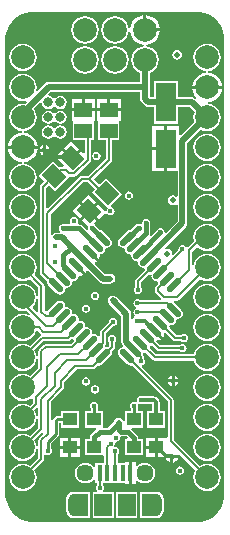
<source format=gbr>
%TF.GenerationSoftware,Altium Limited,Altium Designer,19.1.8 (144)*%
G04 Layer_Physical_Order=1*
G04 Layer_Color=255*
%FSLAX26Y26*%
%MOIN*%
%TF.FileFunction,Copper,L1,Top,Signal*%
%TF.Part,Single*%
G01*
G75*
%TA.AperFunction,SMDPad,CuDef*%
%ADD10R,0.070000X0.130000*%
%ADD11R,0.059055X0.051181*%
%TA.AperFunction,ConnectorPad*%
%ADD12R,0.015748X0.053150*%
%ADD13R,0.047244X0.074803*%
%ADD14R,0.059055X0.074803*%
%ADD15R,0.049213X0.043307*%
G04:AMPARAMS|DCode=16|XSize=62.992mil|YSize=55.118mil|CornerRadius=0mil|HoleSize=0mil|Usage=FLASHONLY|Rotation=315.000|XOffset=0mil|YOffset=0mil|HoleType=Round|Shape=Rectangle|*
%AMROTATEDRECTD16*
4,1,4,-0.041758,0.002784,-0.002784,0.041758,0.041758,-0.002784,0.002784,-0.041758,-0.041758,0.002784,0.0*
%
%ADD16ROTATEDRECTD16*%

G04:AMPARAMS|DCode=17|XSize=21.654mil|YSize=59.055mil|CornerRadius=0mil|HoleSize=0mil|Usage=FLASHONLY|Rotation=45.000|XOffset=0mil|YOffset=0mil|HoleType=Round|Shape=Round|*
%AMOVALD17*
21,1,0.037402,0.021654,0.000000,0.000000,135.0*
1,1,0.021654,0.013223,-0.013223*
1,1,0.021654,-0.013223,0.013223*
%
%ADD17OVALD17*%

G04:AMPARAMS|DCode=18|XSize=21.654mil|YSize=59.055mil|CornerRadius=0mil|HoleSize=0mil|Usage=FLASHONLY|Rotation=315.000|XOffset=0mil|YOffset=0mil|HoleType=Round|Shape=Round|*
%AMOVALD18*
21,1,0.037402,0.021654,0.000000,0.000000,45.0*
1,1,0.021654,-0.013223,-0.013223*
1,1,0.021654,0.013223,0.013223*
%
%ADD18OVALD18*%

%TA.AperFunction,Conductor*%
%ADD19C,0.010000*%
%ADD20C,0.008000*%
%ADD21C,0.012000*%
%ADD22C,0.020000*%
%ADD23C,0.015000*%
%TA.AperFunction,ComponentPad*%
%ADD24C,0.031496*%
%ADD25C,0.078740*%
%ADD26C,0.057087*%
%ADD27O,0.037402X0.074803*%
%TA.AperFunction,ViaPad*%
%ADD28C,0.015000*%
%ADD29C,0.020000*%
G36*
X638427Y1668716D02*
X654806Y1661932D01*
X669547Y1652083D01*
X682083Y1639547D01*
X691932Y1624806D01*
X698716Y1608427D01*
X702175Y1591039D01*
Y1582175D01*
Y62175D01*
Y53311D01*
X698716Y35923D01*
X691932Y19544D01*
X682083Y4803D01*
X669547Y-7732D01*
X654806Y-17582D01*
X638427Y-24366D01*
X621039Y-27825D01*
X67175D01*
X57819Y-27825D01*
X39465Y-24174D01*
X22176Y-17013D01*
X6616Y-6616D01*
X-6616Y6616D01*
X-17013Y22176D01*
X-24174Y39465D01*
X-27825Y57819D01*
Y67175D01*
X-27825D01*
Y1582175D01*
Y1591039D01*
X-24366Y1608427D01*
X-17582Y1624806D01*
X-7732Y1639547D01*
X4803Y1652083D01*
X19544Y1661932D01*
X35923Y1668716D01*
X53311Y1672175D01*
X621039D01*
X638427Y1668716D01*
D02*
G37*
%LPC*%
G36*
X442175Y1662313D02*
Y1618175D01*
X486313D01*
X485274Y1626063D01*
X480300Y1638073D01*
X472386Y1648386D01*
X462073Y1656300D01*
X450063Y1661274D01*
X442175Y1662313D01*
D02*
G37*
G36*
X432175D02*
X424287Y1661274D01*
X412277Y1656300D01*
X401964Y1648386D01*
X394050Y1638073D01*
X389076Y1626063D01*
X387734Y1615871D01*
X387679Y1615457D01*
X382637D01*
X382582Y1615871D01*
X381377Y1625019D01*
X376806Y1636056D01*
X369534Y1645534D01*
X360056Y1652806D01*
X349019Y1657378D01*
X337175Y1658937D01*
X325331Y1657378D01*
X314294Y1652806D01*
X304817Y1645534D01*
X297545Y1636056D01*
X292973Y1625019D01*
X291414Y1613175D01*
X292973Y1601331D01*
X297545Y1590294D01*
X304817Y1580817D01*
X314294Y1573544D01*
X325331Y1568973D01*
X337175Y1567414D01*
X349019Y1568973D01*
X360056Y1573544D01*
X369534Y1580817D01*
X376806Y1590294D01*
X381377Y1601331D01*
X382582Y1610480D01*
X382637Y1610893D01*
X387679D01*
X387734Y1610480D01*
X389076Y1600287D01*
X394050Y1588277D01*
X401964Y1577964D01*
X412277Y1570051D01*
X424287Y1565076D01*
X434480Y1563734D01*
X434893Y1563679D01*
Y1558637D01*
X434480Y1558582D01*
X425331Y1557378D01*
X414294Y1552806D01*
X404817Y1545534D01*
X397545Y1536056D01*
X392973Y1525019D01*
X391414Y1513175D01*
X392973Y1501331D01*
X397545Y1490294D01*
X404817Y1480817D01*
X414294Y1473544D01*
X420862Y1470824D01*
Y1439659D01*
X116843D01*
X110600Y1438417D01*
X105308Y1434881D01*
X79347Y1408919D01*
X74611Y1411255D01*
X75937Y1421323D01*
X74377Y1433167D01*
X69806Y1444204D01*
X62533Y1453681D01*
X53056Y1460954D01*
X42019Y1465525D01*
X30175Y1467085D01*
X18331Y1465525D01*
X7294Y1460954D01*
X-2183Y1453681D01*
X-9456Y1444204D01*
X-14027Y1433167D01*
X-15586Y1421323D01*
X-14027Y1409479D01*
X-9456Y1398442D01*
X-2183Y1388965D01*
X7294Y1381693D01*
X18331Y1377121D01*
X30175Y1375562D01*
X40245Y1376887D01*
X42580Y1372152D01*
X36660Y1366231D01*
X30175Y1367085D01*
X18331Y1365525D01*
X7294Y1360954D01*
X-2183Y1353681D01*
X-9456Y1344204D01*
X-14027Y1333167D01*
X-15586Y1321323D01*
X-14027Y1309479D01*
X-9456Y1298442D01*
X-2183Y1288965D01*
X7294Y1281693D01*
X18331Y1277121D01*
X27480Y1275917D01*
X27893Y1275862D01*
Y1270819D01*
X27480Y1270764D01*
X17287Y1269422D01*
X5277Y1264448D01*
X-5036Y1256534D01*
X-12950Y1246221D01*
X-17924Y1234211D01*
X-18963Y1226323D01*
X30175D01*
X79313D01*
X78275Y1234211D01*
X73300Y1246221D01*
X65386Y1256534D01*
X55073Y1264448D01*
X43063Y1269422D01*
X32871Y1270764D01*
X32457Y1270819D01*
Y1275862D01*
X32871Y1275917D01*
X42019Y1277121D01*
X53056Y1281693D01*
X62533Y1288965D01*
X69806Y1298442D01*
X74377Y1309479D01*
X75937Y1321323D01*
X74377Y1333167D01*
X69806Y1344204D01*
X65885Y1349314D01*
X88709Y1372139D01*
X93561Y1369920D01*
X94957Y1362901D01*
X99764Y1355708D01*
X106957Y1350901D01*
X115443Y1349213D01*
X123929Y1350901D01*
X131123Y1355708D01*
X132628Y1357961D01*
X137628D01*
X139134Y1355708D01*
X146327Y1350901D01*
X154813Y1349213D01*
X163299Y1350901D01*
X170493Y1355708D01*
X175299Y1362901D01*
X176987Y1371387D01*
X175299Y1379873D01*
X170493Y1387067D01*
X163299Y1391873D01*
X154813Y1393561D01*
X146327Y1391873D01*
X139134Y1387067D01*
X137628Y1384814D01*
X132628D01*
X131123Y1387067D01*
X123929Y1391873D01*
X116910Y1393270D01*
X114691Y1398121D01*
X123600Y1407032D01*
X420862D01*
Y1383891D01*
X422103Y1377648D01*
X425640Y1372356D01*
X437356Y1360640D01*
X442648Y1357103D01*
X448891Y1355862D01*
X466175D01*
Y1301175D01*
X548175D01*
Y1355862D01*
X586566D01*
X602693Y1339735D01*
X599973Y1333167D01*
X598414Y1321323D01*
X599973Y1309479D01*
X601498Y1305797D01*
X556795Y1261094D01*
X552175Y1263007D01*
Y1291585D01*
X512175D01*
Y1216585D01*
Y1141585D01*
X545862D01*
Y1059493D01*
X543990Y1058238D01*
X540862Y1057278D01*
X536418Y1060247D01*
X530175Y1061489D01*
X523932Y1060247D01*
X518640Y1056711D01*
X515104Y1051418D01*
X513862Y1045175D01*
X515104Y1038932D01*
X518640Y1033640D01*
X523932Y1030103D01*
X530175Y1028862D01*
X536418Y1030103D01*
X540862Y1033073D01*
X543990Y1032112D01*
X545862Y1030858D01*
Y975202D01*
X507296Y936637D01*
X502662Y938968D01*
X501614Y944236D01*
X498630Y948701D01*
X494165Y951685D01*
X488897Y952733D01*
X483630Y951685D01*
X479164Y948701D01*
X456842Y926379D01*
X452958Y929566D01*
X454491Y931861D01*
X455539Y937129D01*
Y970610D01*
X454491Y975877D01*
X451508Y980343D01*
X447042Y983326D01*
X441775Y984374D01*
X436507Y983326D01*
X432042Y980343D01*
X429058Y975877D01*
X428010Y970610D01*
Y968096D01*
X423010Y965423D01*
X421919Y966152D01*
X416652Y967200D01*
X415124D01*
X415123Y967200D01*
X409856Y966152D01*
X405390Y963168D01*
X389861Y947639D01*
X384199Y946513D01*
X378633Y942794D01*
X352186Y916347D01*
X348467Y910781D01*
X347161Y904216D01*
X348467Y897650D01*
X352186Y892084D01*
X357752Y888365D01*
X364318Y887059D01*
X366290Y887452D01*
X369826Y883916D01*
X369433Y881944D01*
X370739Y875378D01*
X374458Y869812D01*
X380024Y866093D01*
X386590Y864787D01*
X388560Y865179D01*
X392095Y861644D01*
X391703Y859674D01*
X393009Y853108D01*
X396728Y847542D01*
X402294Y843823D01*
X408860Y842517D01*
X410832Y842910D01*
X414368Y839374D01*
X413975Y837402D01*
X415281Y830836D01*
X419000Y825270D01*
X424566Y821551D01*
X431132Y820245D01*
X432309Y820479D01*
X436130Y817105D01*
X436153Y812302D01*
X406281Y782431D01*
X404071Y779123D01*
X403295Y775221D01*
Y756215D01*
X400774Y752442D01*
X399726Y747175D01*
X400774Y741908D01*
X403758Y737442D01*
X408224Y734458D01*
X413491Y733411D01*
X418758Y734458D01*
X423224Y737442D01*
X426208Y741908D01*
X427255Y747175D01*
X426208Y752442D01*
X423687Y756215D01*
Y770998D01*
X451119Y798429D01*
X453402Y797975D01*
X455374Y798368D01*
X458910Y794832D01*
X458517Y792860D01*
X459823Y786294D01*
X463542Y780728D01*
X469108Y777009D01*
X475674Y775703D01*
X476851Y775937D01*
X480671Y772563D01*
X480695Y767760D01*
X472708Y759773D01*
X470497Y756465D01*
X469721Y752563D01*
Y742336D01*
X470497Y738434D01*
X472708Y735126D01*
X490463Y717371D01*
X488392Y712371D01*
X421215D01*
X417443Y714892D01*
X412175Y715940D01*
X406908Y714892D01*
X402442Y711908D01*
X399459Y707443D01*
X398411Y702175D01*
X399459Y696908D01*
X402442Y692442D01*
X406295Y689868D01*
X406627Y687175D01*
X406295Y684482D01*
X402442Y681908D01*
X399459Y677443D01*
X398411Y672175D01*
X399459Y666908D01*
X402442Y662442D01*
X402225Y656574D01*
X399558Y654792D01*
X395691Y649003D01*
X395679Y648943D01*
X390679Y649436D01*
Y667233D01*
X390679Y667233D01*
X389437Y673476D01*
X385901Y678769D01*
X341711Y722959D01*
X336418Y726495D01*
X330175Y727737D01*
X323932Y726495D01*
X318640Y722959D01*
X315104Y717666D01*
X313862Y711423D01*
X315104Y705180D01*
X318640Y699888D01*
X358052Y660476D01*
Y573079D01*
X359293Y566836D01*
X362830Y561543D01*
X364386Y559987D01*
X362394Y554908D01*
X357752Y553985D01*
X352186Y550266D01*
X348467Y544700D01*
X347161Y538135D01*
X348467Y531569D01*
X352186Y526003D01*
X378633Y499556D01*
X384199Y495837D01*
X390765Y494531D01*
X393048Y494986D01*
X512273Y375762D01*
Y257862D01*
X508781Y254309D01*
X507273Y254309D01*
X479175D01*
Y222655D01*
Y191002D01*
X506105D01*
X506783Y190175D01*
X508336Y182372D01*
X512756Y175756D01*
X519372Y171336D01*
X522175Y170778D01*
Y190175D01*
X527175D01*
Y195175D01*
X546572D01*
X546015Y197979D01*
X545986Y198023D01*
X549869Y201210D01*
X605556Y145523D01*
X604544Y144204D01*
X599973Y133167D01*
X598414Y121323D01*
X599973Y109479D01*
X604544Y98442D01*
X611817Y88965D01*
X621294Y81692D01*
X632331Y77121D01*
X644175Y75562D01*
X656019Y77121D01*
X667056Y81692D01*
X676534Y88965D01*
X683806Y98442D01*
X688378Y109479D01*
X689937Y121323D01*
X688378Y133167D01*
X683806Y144204D01*
X676534Y153681D01*
X667056Y160954D01*
X656019Y165525D01*
X644175Y167085D01*
X632331Y165525D01*
X621294Y160954D01*
X619976Y159942D01*
X532665Y247252D01*
Y379985D01*
X531889Y383887D01*
X529679Y387195D01*
X427074Y489798D01*
X428720Y495223D01*
X429943Y495466D01*
X434408Y498450D01*
X437392Y502916D01*
X438440Y508183D01*
X437392Y513451D01*
X434408Y517916D01*
X433532Y518502D01*
Y523658D01*
X432756Y527560D01*
X430546Y530868D01*
X429739Y531675D01*
X430193Y533960D01*
X429959Y535137D01*
X433334Y538957D01*
X438136Y538981D01*
X463004Y514114D01*
X466311Y511903D01*
X470213Y511127D01*
X599756D01*
X599973Y509479D01*
X604544Y498442D01*
X611817Y488965D01*
X621294Y481692D01*
X632331Y477121D01*
X644175Y475562D01*
X656019Y477121D01*
X667056Y481692D01*
X676534Y488965D01*
X683806Y498442D01*
X688378Y509479D01*
X689937Y521323D01*
X688378Y533167D01*
X683806Y544204D01*
X676534Y553682D01*
X667056Y560954D01*
X656019Y565525D01*
X644175Y567085D01*
X632331Y565525D01*
X621294Y560954D01*
X611817Y553682D01*
X604544Y544204D01*
X599973Y533167D01*
X599756Y531519D01*
X474437D01*
X452009Y553947D01*
X452463Y556230D01*
X452228Y557412D01*
X455602Y561232D01*
X460406Y561255D01*
X476696Y544966D01*
X480003Y542755D01*
X483905Y541979D01*
X553135D01*
X556908Y539458D01*
X562175Y538411D01*
X567443Y539458D01*
X571908Y542442D01*
X574892Y546908D01*
X575940Y552175D01*
X574892Y557443D01*
X571908Y561908D01*
X567443Y564892D01*
X562175Y565940D01*
X556908Y564892D01*
X553135Y562371D01*
X488128D01*
X475120Y575380D01*
X476948Y580114D01*
X479849Y579537D01*
X487975Y581153D01*
X490625Y582924D01*
X463090Y610460D01*
X470161Y617531D01*
X497696Y589995D01*
X499467Y592646D01*
X501083Y600772D01*
X500504Y603686D01*
X505240Y605505D01*
X531160Y579585D01*
X534468Y577375D01*
X538370Y576598D01*
X558069D01*
X561841Y574078D01*
X567109Y573030D01*
X572376Y574078D01*
X576842Y577061D01*
X579826Y581527D01*
X580873Y586794D01*
X579826Y592062D01*
X576842Y596527D01*
X572376Y599511D01*
X567109Y600559D01*
X561841Y599511D01*
X558069Y596990D01*
X542593D01*
X518823Y620761D01*
X519277Y623044D01*
X518885Y625014D01*
X522421Y628549D01*
X524391Y628157D01*
X530956Y629463D01*
X536522Y633182D01*
X540241Y638748D01*
X541547Y645314D01*
X541155Y647286D01*
X544690Y650822D01*
X546663Y650429D01*
X553228Y651735D01*
X558794Y655454D01*
X562513Y661020D01*
X563819Y667586D01*
X562513Y674151D01*
X558794Y679717D01*
X532384Y706127D01*
X532386Y706285D01*
X533919Y711127D01*
X544175D01*
X548077Y711903D01*
X551385Y714114D01*
X619976Y782704D01*
X621294Y781692D01*
X632331Y777121D01*
X644175Y775562D01*
X656019Y777121D01*
X667056Y781692D01*
X676534Y788965D01*
X683806Y798442D01*
X688378Y809479D01*
X689937Y821323D01*
X688378Y833167D01*
X683806Y844204D01*
X676534Y853682D01*
X667056Y860954D01*
X656019Y865525D01*
X644175Y867085D01*
X632331Y865525D01*
X621294Y860954D01*
X611817Y853682D01*
X604544Y844204D01*
X599973Y833167D01*
X598871Y824798D01*
X593871Y825126D01*
Y873889D01*
X609123Y889141D01*
X611817Y888965D01*
X621294Y881692D01*
X632331Y877121D01*
X644175Y875562D01*
X656019Y877121D01*
X667056Y881692D01*
X676534Y888965D01*
X683806Y898442D01*
X688378Y909479D01*
X689937Y921323D01*
X688378Y933167D01*
X683806Y944204D01*
X676534Y953682D01*
X667056Y960954D01*
X656019Y965525D01*
X644175Y967085D01*
X632331Y965525D01*
X621294Y960954D01*
X611817Y953682D01*
X604544Y944204D01*
X599973Y933167D01*
X598414Y921323D01*
X599973Y909479D01*
X600163Y909020D01*
X579660Y888516D01*
X579000Y888353D01*
X573497Y889425D01*
X571908Y891803D01*
X567443Y894787D01*
X562175Y895835D01*
X556908Y894787D01*
X552442Y891803D01*
X549458Y887338D01*
X548411Y882070D01*
X548640Y880918D01*
X532013Y864292D01*
X527405Y866755D01*
X527489Y867175D01*
X526247Y873418D01*
X522711Y878711D01*
X517418Y882247D01*
X511175Y883489D01*
X506413Y882542D01*
X503941Y887140D01*
X573711Y956910D01*
X577247Y962202D01*
X578489Y968445D01*
Y1236646D01*
X622879Y1281036D01*
X632331Y1277121D01*
X644175Y1275562D01*
X656019Y1277121D01*
X667056Y1281693D01*
X676534Y1288965D01*
X683806Y1298442D01*
X688378Y1309479D01*
X689937Y1321323D01*
X688378Y1333167D01*
X683806Y1344204D01*
X676534Y1353681D01*
X667056Y1360954D01*
X656019Y1365525D01*
X646871Y1366730D01*
X646457Y1366785D01*
Y1371827D01*
X646871Y1371882D01*
X657063Y1373224D01*
X669073Y1378198D01*
X679386Y1386112D01*
X687300Y1396425D01*
X692274Y1408435D01*
X693313Y1416323D01*
X644175D01*
X595037D01*
X596076Y1408435D01*
X601051Y1396425D01*
X607596Y1387895D01*
X604131Y1384196D01*
X599566Y1387247D01*
X593323Y1388489D01*
X548175D01*
Y1443175D01*
X466175D01*
Y1388489D01*
X455649D01*
X453489Y1390649D01*
Y1423345D01*
Y1470824D01*
X460056Y1473544D01*
X469534Y1480817D01*
X476806Y1490294D01*
X481377Y1501331D01*
X482937Y1513175D01*
X481377Y1525019D01*
X476806Y1536056D01*
X469534Y1545534D01*
X460056Y1552806D01*
X449019Y1557378D01*
X439871Y1558582D01*
X439457Y1558637D01*
Y1563679D01*
X439871Y1563734D01*
X450063Y1565076D01*
X462073Y1570051D01*
X472386Y1577964D01*
X480300Y1588277D01*
X485274Y1600287D01*
X486313Y1608175D01*
X437175D01*
Y1613175D01*
X432175D01*
Y1662313D01*
D02*
G37*
G36*
X237175Y1658937D02*
X225331Y1657378D01*
X214294Y1652806D01*
X204817Y1645534D01*
X197544Y1636056D01*
X192973Y1625019D01*
X191414Y1613175D01*
X192973Y1601331D01*
X197544Y1590294D01*
X204817Y1580817D01*
X214294Y1573544D01*
X225331Y1568973D01*
X237175Y1567414D01*
X249019Y1568973D01*
X260056Y1573544D01*
X269534Y1580817D01*
X276806Y1590294D01*
X281377Y1601331D01*
X282937Y1613175D01*
X281377Y1625019D01*
X276806Y1636056D01*
X269534Y1645534D01*
X260056Y1652806D01*
X249019Y1657378D01*
X237175Y1658937D01*
D02*
G37*
G36*
X544004Y1546973D02*
X537761Y1545731D01*
X532469Y1542195D01*
X528933Y1536903D01*
X527691Y1530660D01*
X528933Y1524417D01*
X532469Y1519124D01*
X537761Y1515588D01*
X544004Y1514346D01*
X550247Y1515588D01*
X555540Y1519124D01*
X559076Y1524417D01*
X560318Y1530660D01*
X559076Y1536903D01*
X555540Y1542195D01*
X550247Y1545731D01*
X544004Y1546973D01*
D02*
G37*
G36*
X30175Y1567085D02*
X18331Y1565525D01*
X7294Y1560954D01*
X-2183Y1553681D01*
X-9456Y1544204D01*
X-14027Y1533167D01*
X-15586Y1521323D01*
X-14027Y1509479D01*
X-9456Y1498442D01*
X-2183Y1488965D01*
X7294Y1481693D01*
X18331Y1477121D01*
X30175Y1475562D01*
X42019Y1477121D01*
X53056Y1481693D01*
X62533Y1488965D01*
X69806Y1498442D01*
X74377Y1509479D01*
X75937Y1521323D01*
X74377Y1533167D01*
X69806Y1544204D01*
X62533Y1553681D01*
X53056Y1560954D01*
X42019Y1565525D01*
X30175Y1567085D01*
D02*
G37*
G36*
X337175Y1558937D02*
X325331Y1557378D01*
X314294Y1552806D01*
X304817Y1545534D01*
X297545Y1536056D01*
X292973Y1525019D01*
X291414Y1513175D01*
X292973Y1501331D01*
X297545Y1490294D01*
X304817Y1480817D01*
X314294Y1473544D01*
X325331Y1468973D01*
X337175Y1467414D01*
X349019Y1468973D01*
X360056Y1473544D01*
X369534Y1480817D01*
X376806Y1490294D01*
X381377Y1501331D01*
X382937Y1513175D01*
X381377Y1525019D01*
X376806Y1536056D01*
X369534Y1545534D01*
X360056Y1552806D01*
X349019Y1557378D01*
X337175Y1558937D01*
D02*
G37*
G36*
X237175D02*
X225331Y1557378D01*
X214294Y1552806D01*
X204817Y1545534D01*
X197544Y1536056D01*
X192973Y1525019D01*
X191414Y1513175D01*
X192973Y1501331D01*
X197544Y1490294D01*
X204817Y1480817D01*
X214294Y1473544D01*
X225331Y1468973D01*
X237175Y1467414D01*
X249019Y1468973D01*
X260056Y1473544D01*
X269534Y1480817D01*
X276806Y1490294D01*
X281377Y1501331D01*
X282937Y1513175D01*
X281377Y1525019D01*
X276806Y1536056D01*
X269534Y1545534D01*
X260056Y1552806D01*
X249019Y1557378D01*
X237175Y1558937D01*
D02*
G37*
G36*
X644175Y1567085D02*
X632331Y1565525D01*
X621294Y1560954D01*
X611817Y1553681D01*
X604544Y1544204D01*
X599973Y1533167D01*
X598414Y1521323D01*
X599973Y1509479D01*
X604544Y1498442D01*
X611817Y1488965D01*
X621294Y1481693D01*
X632331Y1477121D01*
X641480Y1475917D01*
X641893Y1475862D01*
Y1470819D01*
X641480Y1470764D01*
X631287Y1469422D01*
X619277Y1464448D01*
X608964Y1456534D01*
X601051Y1446221D01*
X596076Y1434211D01*
X595037Y1426323D01*
X644175D01*
X693313D01*
X692274Y1434211D01*
X687300Y1446221D01*
X679386Y1456534D01*
X669073Y1464448D01*
X657063Y1469422D01*
X646871Y1470764D01*
X646457Y1470819D01*
Y1475862D01*
X646871Y1475917D01*
X656019Y1477121D01*
X667056Y1481693D01*
X676534Y1488965D01*
X683806Y1498442D01*
X688378Y1509479D01*
X689937Y1521323D01*
X688378Y1533167D01*
X683806Y1544204D01*
X676534Y1553681D01*
X667056Y1560954D01*
X656019Y1565525D01*
X644175Y1567085D01*
D02*
G37*
G36*
X356141Y1382214D02*
X321613D01*
Y1351623D01*
X356141D01*
Y1382214D01*
D02*
G37*
G36*
X311613D02*
X277086D01*
Y1351623D01*
X311613D01*
Y1382214D01*
D02*
G37*
G36*
X271703D02*
X237175D01*
Y1351623D01*
X271703D01*
Y1382214D01*
D02*
G37*
G36*
X227175D02*
X192648D01*
Y1351623D01*
X227175D01*
Y1382214D01*
D02*
G37*
G36*
X154813Y1344349D02*
X146327Y1342661D01*
X139134Y1337855D01*
X137628Y1335602D01*
X132628D01*
X131123Y1337855D01*
X123929Y1342661D01*
X115443Y1344349D01*
X106957Y1342661D01*
X99764Y1337855D01*
X94957Y1330661D01*
X93269Y1322175D01*
X94957Y1313689D01*
X99764Y1306496D01*
X106957Y1301689D01*
X115443Y1300001D01*
X123929Y1301689D01*
X131123Y1306496D01*
X132628Y1308749D01*
X137628D01*
X139134Y1306496D01*
X146327Y1301689D01*
X154813Y1300001D01*
X163299Y1301689D01*
X170493Y1306496D01*
X175299Y1313689D01*
X176987Y1322175D01*
X175299Y1330661D01*
X170493Y1337855D01*
X163299Y1342661D01*
X154813Y1344349D01*
D02*
G37*
G36*
Y1295137D02*
X146327Y1293449D01*
X139134Y1288643D01*
X137628Y1286390D01*
X132628D01*
X131123Y1288643D01*
X123929Y1293449D01*
X115443Y1295137D01*
X106957Y1293449D01*
X99764Y1288643D01*
X94957Y1281449D01*
X93269Y1272963D01*
X94957Y1264477D01*
X99764Y1257284D01*
X106957Y1252477D01*
X115443Y1250789D01*
X123929Y1252477D01*
X131123Y1257284D01*
X132628Y1259537D01*
X137628D01*
X139134Y1257284D01*
X146327Y1252477D01*
X154813Y1250789D01*
X163299Y1252477D01*
X170493Y1257284D01*
X175299Y1264477D01*
X176987Y1272963D01*
X175299Y1281449D01*
X170493Y1288643D01*
X163299Y1293449D01*
X154813Y1295137D01*
D02*
G37*
G36*
X502175Y1291585D02*
X462175D01*
Y1221585D01*
X502175D01*
Y1291585D01*
D02*
G37*
G36*
X107175Y1229023D02*
Y1217175D01*
X119023D01*
X118660Y1219003D01*
X114792Y1224792D01*
X109003Y1228660D01*
X107175Y1229023D01*
D02*
G37*
G36*
X97175D02*
X95347Y1228660D01*
X89558Y1224792D01*
X85691Y1219003D01*
X85327Y1217175D01*
X97175D01*
Y1229023D01*
D02*
G37*
G36*
X119023Y1207175D02*
X107175D01*
Y1195327D01*
X109003Y1195691D01*
X114792Y1199558D01*
X118660Y1205347D01*
X119023Y1207175D01*
D02*
G37*
G36*
X97175D02*
X85327D01*
X85691Y1205347D01*
X89558Y1199558D01*
X95347Y1195691D01*
X97175Y1195327D01*
Y1207175D01*
D02*
G37*
G36*
X191635Y1242322D02*
X168613Y1219299D01*
X194419Y1193492D01*
X217442Y1216515D01*
X191635Y1242322D01*
D02*
G37*
G36*
X275175Y1206940D02*
X269908Y1205892D01*
X265442Y1202908D01*
X262459Y1198443D01*
X261411Y1193175D01*
X262459Y1187908D01*
X265442Y1183442D01*
X269908Y1180458D01*
X275175Y1179411D01*
X280443Y1180458D01*
X284908Y1183442D01*
X287892Y1187908D01*
X288940Y1193175D01*
X287892Y1198443D01*
X284908Y1202908D01*
X280443Y1205892D01*
X275175Y1206940D01*
D02*
G37*
G36*
X644175Y1267085D02*
X632331Y1265525D01*
X621294Y1260954D01*
X611817Y1253681D01*
X604544Y1244204D01*
X599973Y1233167D01*
X598414Y1221323D01*
X599973Y1209479D01*
X604544Y1198442D01*
X611817Y1188965D01*
X621294Y1181693D01*
X632331Y1177121D01*
X644175Y1175562D01*
X656019Y1177121D01*
X667056Y1181693D01*
X676534Y1188965D01*
X683806Y1198442D01*
X688378Y1209479D01*
X689937Y1221323D01*
X688378Y1233167D01*
X683806Y1244204D01*
X676534Y1253681D01*
X667056Y1260954D01*
X656019Y1265525D01*
X644175Y1267085D01*
D02*
G37*
G36*
X502175Y1211585D02*
X462175D01*
Y1141585D01*
X502175D01*
Y1211585D01*
D02*
G37*
G36*
X356141Y1341623D02*
X277086D01*
Y1311732D01*
X277086Y1311732D01*
Y1311033D01*
X281086Y1308619D01*
X281086Y1306033D01*
Y1246137D01*
X306417D01*
Y1184463D01*
X247952Y1125997D01*
X225801D01*
X221899Y1125221D01*
X218592Y1123011D01*
X112990Y1017410D01*
X108371Y1019323D01*
Y1086952D01*
X116155Y1094736D01*
X135959Y1074932D01*
X183419Y1122391D01*
X183419D01*
X187559Y1124467D01*
X201345D01*
X205247Y1125243D01*
X208555Y1127453D01*
X253387Y1172285D01*
X255597Y1175593D01*
X256373Y1179495D01*
Y1246137D01*
X267703D01*
X267703Y1308619D01*
X271703Y1311033D01*
X271703Y1311732D01*
X271703Y1311732D01*
Y1341623D01*
X192648D01*
Y1311732D01*
X192648Y1311732D01*
Y1311033D01*
X196648Y1308619D01*
X196648Y1306033D01*
Y1246137D01*
X235982D01*
Y1204508D01*
X231362Y1202595D01*
X224513Y1209444D01*
X197955Y1182886D01*
X194419Y1186421D01*
X190884Y1182886D01*
X161542Y1212228D01*
X138519Y1189205D01*
X165733Y1161991D01*
X163820Y1157371D01*
X157175D01*
X153273Y1156595D01*
X150841Y1154969D01*
X130391Y1175419D01*
X82932Y1127959D01*
X101736Y1109155D01*
X90966Y1098385D01*
X88755Y1095077D01*
X87979Y1091175D01*
Y804277D01*
X88755Y800375D01*
X90966Y797068D01*
X110985Y777048D01*
X110531Y774765D01*
X111837Y768199D01*
X115556Y762633D01*
X142003Y736186D01*
X147569Y732467D01*
X154135Y731161D01*
X160700Y732467D01*
X166266Y736186D01*
X169985Y741752D01*
X171291Y748318D01*
X170899Y750290D01*
X174434Y753826D01*
X176407Y753433D01*
X182972Y754739D01*
X188538Y758458D01*
X192257Y764024D01*
X193563Y770590D01*
X193171Y772560D01*
X196707Y776095D01*
X198677Y775703D01*
X205242Y777009D01*
X210808Y780728D01*
X214527Y786294D01*
X215833Y792860D01*
X217547Y794574D01*
X220949Y793897D01*
X229075Y795513D01*
X231725Y797284D01*
X204190Y824820D01*
X211261Y831891D01*
X238796Y804355D01*
X240567Y807006D01*
X241049Y809429D01*
X246475Y811075D01*
X285910Y771640D01*
X291202Y768104D01*
X297445Y766862D01*
X322175D01*
X328418Y768104D01*
X333711Y771640D01*
X337247Y776932D01*
X338489Y783175D01*
X337247Y789418D01*
X333711Y794711D01*
X328418Y798247D01*
X322175Y799489D01*
X304202D01*
X269544Y834147D01*
X271190Y839573D01*
X273617Y840055D01*
X276267Y841826D01*
X248732Y869362D01*
X255803Y876433D01*
X283338Y848897D01*
X285109Y851548D01*
X286725Y859674D01*
X286049Y863075D01*
X287761Y864787D01*
X294326Y866093D01*
X299892Y869812D01*
X303611Y875378D01*
X304917Y881944D01*
X304525Y883916D01*
X308060Y887452D01*
X310033Y887059D01*
X316598Y888365D01*
X322164Y892084D01*
X325883Y897650D01*
X327189Y904216D01*
X325883Y910781D01*
X322164Y916347D01*
X295717Y942794D01*
X290151Y946513D01*
X285152Y947508D01*
X269491Y963168D01*
X269294Y963300D01*
X268804Y968276D01*
X275904Y975376D01*
X250097Y1001182D01*
X227075Y978159D01*
X246957Y958277D01*
X245994Y953435D01*
X247042Y948168D01*
X248589Y945852D01*
X244705Y942665D01*
X225743Y961627D01*
X221277Y964611D01*
X216010Y965659D01*
X215513D01*
X212841Y970659D01*
X213488Y971627D01*
X214536Y976894D01*
X213488Y982161D01*
X210504Y986627D01*
X206038Y989611D01*
X200771Y990659D01*
X195504Y989611D01*
X191038Y986627D01*
X188054Y982161D01*
X187006Y976894D01*
X188054Y971627D01*
X188701Y970659D01*
X186029Y965659D01*
X163183D01*
X157916Y964611D01*
X153450Y961627D01*
X150466Y957161D01*
X149419Y951894D01*
X150466Y946627D01*
X153019Y942807D01*
X152283Y940114D01*
X150967Y937807D01*
X140911D01*
X134668Y936565D01*
X129376Y933028D01*
X127371Y930028D01*
X122371Y931545D01*
Y997952D01*
X230024Y1105605D01*
X247952D01*
X271188Y1082369D01*
X261100Y1072281D01*
X311767Y1021614D01*
X312624Y1020756D01*
X312442Y1018908D01*
X309459Y1014443D01*
X308569Y1009969D01*
X306408Y1008748D01*
X306077Y1008561D01*
X303566Y1007901D01*
X303135Y1008332D01*
X280191Y1031276D01*
X257168Y1008253D01*
X282975Y982447D01*
X303469Y1002941D01*
X304373Y1003845D01*
X304374D01*
X307137Y1003670D01*
X311375Y1001039D01*
X312442Y999442D01*
X316908Y996458D01*
X322175Y995411D01*
X327443Y996458D01*
X331908Y999442D01*
X334892Y1003908D01*
X335940Y1009175D01*
X334892Y1014443D01*
X331908Y1018908D01*
X327443Y1021892D01*
X324435Y1022490D01*
X322609Y1027736D01*
X361587Y1066713D01*
X308559Y1119741D01*
X285607Y1096789D01*
X266594Y1115801D01*
X323823Y1173030D01*
X326033Y1176337D01*
X326809Y1180239D01*
Y1246137D01*
X352141D01*
X352141Y1308619D01*
X356141Y1311033D01*
X356141Y1311732D01*
X356141Y1311732D01*
Y1341623D01*
D02*
G37*
G36*
X644175Y1167085D02*
X632331Y1165525D01*
X621294Y1160954D01*
X611817Y1153681D01*
X604544Y1144204D01*
X599973Y1133167D01*
X598414Y1121323D01*
X599973Y1109479D01*
X604544Y1098442D01*
X611817Y1088965D01*
X621294Y1081693D01*
X632331Y1077121D01*
X644175Y1075562D01*
X656019Y1077121D01*
X667056Y1081693D01*
X676534Y1088965D01*
X683806Y1098442D01*
X688378Y1109479D01*
X689937Y1121323D01*
X688378Y1133167D01*
X683806Y1144204D01*
X676534Y1153681D01*
X667056Y1160954D01*
X656019Y1165525D01*
X644175Y1167085D01*
D02*
G37*
G36*
X79313Y1216323D02*
X30175D01*
X-18963D01*
X-17924Y1208435D01*
X-12950Y1196425D01*
X-5036Y1186112D01*
X5277Y1178198D01*
X17287Y1173224D01*
X27480Y1171882D01*
X27893Y1171827D01*
Y1166785D01*
X27480Y1166730D01*
X18331Y1165525D01*
X7294Y1160954D01*
X-2183Y1153681D01*
X-9456Y1144204D01*
X-14027Y1133167D01*
X-15586Y1121323D01*
X-14027Y1109479D01*
X-9456Y1098442D01*
X-2183Y1088965D01*
X7294Y1081693D01*
X18331Y1077121D01*
X30175Y1075562D01*
X42019Y1077121D01*
X53056Y1081693D01*
X62533Y1088965D01*
X69806Y1098442D01*
X74377Y1109479D01*
X75937Y1121323D01*
X74377Y1133167D01*
X69806Y1144204D01*
X62533Y1153681D01*
X53056Y1160954D01*
X42019Y1165525D01*
X32871Y1166730D01*
X32457Y1166785D01*
Y1171827D01*
X32871Y1171882D01*
X43063Y1173224D01*
X55073Y1178198D01*
X65386Y1186112D01*
X73300Y1196425D01*
X78275Y1208435D01*
X79313Y1216323D01*
D02*
G37*
G36*
X383175Y1074940D02*
X377908Y1073892D01*
X373442Y1070908D01*
X370459Y1066443D01*
X369411Y1061175D01*
X370459Y1055908D01*
X373442Y1051442D01*
X377908Y1048458D01*
X383175Y1047411D01*
X388443Y1048458D01*
X392908Y1051442D01*
X395892Y1055908D01*
X396940Y1061175D01*
X395892Y1066443D01*
X392908Y1070908D01*
X388443Y1073892D01*
X383175Y1074940D01*
D02*
G37*
G36*
X247313Y1064153D02*
X224291Y1041131D01*
X250097Y1015324D01*
X273120Y1038347D01*
X247313Y1064153D01*
D02*
G37*
G36*
X217220Y1034060D02*
X194197Y1011037D01*
X220004Y985231D01*
X243026Y1008253D01*
X217220Y1034060D01*
D02*
G37*
G36*
X644175Y1067085D02*
X632331Y1065525D01*
X621294Y1060954D01*
X611817Y1053681D01*
X604544Y1044204D01*
X599973Y1033167D01*
X598414Y1021323D01*
X599973Y1009479D01*
X604544Y998442D01*
X611817Y988965D01*
X621294Y981692D01*
X632331Y977121D01*
X644175Y975562D01*
X656019Y977121D01*
X667056Y981692D01*
X676534Y988965D01*
X683806Y998442D01*
X688378Y1009479D01*
X689937Y1021323D01*
X688378Y1033167D01*
X683806Y1044204D01*
X676534Y1053681D01*
X667056Y1060954D01*
X656019Y1065525D01*
X644175Y1067085D01*
D02*
G37*
G36*
X30175D02*
X18331Y1065525D01*
X7294Y1060954D01*
X-2183Y1053681D01*
X-9456Y1044204D01*
X-14027Y1033167D01*
X-15586Y1021323D01*
X-14027Y1009479D01*
X-9456Y998442D01*
X-2183Y988965D01*
X7294Y981692D01*
X18331Y977121D01*
X30175Y975562D01*
X42019Y977121D01*
X53056Y981692D01*
X62533Y988965D01*
X69806Y998442D01*
X74377Y1009479D01*
X75937Y1021323D01*
X74377Y1033167D01*
X69806Y1044204D01*
X62533Y1053681D01*
X53056Y1060954D01*
X42019Y1065525D01*
X30175Y1067085D01*
D02*
G37*
G36*
Y967085D02*
X18331Y965525D01*
X7294Y960954D01*
X-2183Y953682D01*
X-9456Y944204D01*
X-14027Y933167D01*
X-15586Y921323D01*
X-14027Y909479D01*
X-9456Y898442D01*
X-2183Y888965D01*
X7294Y881692D01*
X18331Y877121D01*
X30175Y875562D01*
X42019Y877121D01*
X53056Y881692D01*
X62533Y888965D01*
X69806Y898442D01*
X74377Y909479D01*
X75937Y921323D01*
X74377Y933167D01*
X69806Y944204D01*
X62533Y953682D01*
X53056Y960954D01*
X42019Y965525D01*
X30175Y967085D01*
D02*
G37*
G36*
X271175Y740940D02*
X265908Y739892D01*
X261442Y736908D01*
X258459Y732443D01*
X257411Y727175D01*
X258459Y721908D01*
X261442Y717442D01*
X265908Y714458D01*
X271175Y713411D01*
X276443Y714458D01*
X280908Y717442D01*
X283892Y721908D01*
X284940Y727175D01*
X283892Y732443D01*
X280908Y736908D01*
X276443Y739892D01*
X271175Y740940D01*
D02*
G37*
G36*
X644175Y767085D02*
X632331Y765525D01*
X621294Y760954D01*
X611817Y753682D01*
X604544Y744204D01*
X599973Y733167D01*
X598414Y721323D01*
X599973Y709479D01*
X604544Y698442D01*
X611817Y688965D01*
X621294Y681692D01*
X632331Y677121D01*
X644175Y675562D01*
X656019Y677121D01*
X667056Y681692D01*
X676534Y688965D01*
X683806Y698442D01*
X688378Y709479D01*
X689937Y721323D01*
X688378Y733167D01*
X683806Y744204D01*
X676534Y753682D01*
X667056Y760954D01*
X656019Y765525D01*
X644175Y767085D01*
D02*
G37*
G36*
X30175Y867085D02*
X18331Y865525D01*
X7294Y860954D01*
X-2183Y853682D01*
X-9456Y844204D01*
X-14027Y833167D01*
X-15586Y821323D01*
X-14027Y809479D01*
X-9456Y798442D01*
X-2183Y788965D01*
X7294Y781692D01*
X18331Y777121D01*
X30175Y775562D01*
X42019Y777121D01*
X53056Y781692D01*
X54375Y782704D01*
X81979Y755100D01*
Y674315D01*
X81241Y673667D01*
X77291Y671933D01*
X62394Y686830D01*
X62533Y688965D01*
X69806Y698442D01*
X74377Y709479D01*
X75937Y721323D01*
X74377Y733167D01*
X69806Y744204D01*
X62533Y753682D01*
X53056Y760954D01*
X42019Y765525D01*
X30175Y767085D01*
X18331Y765525D01*
X7294Y760954D01*
X-2183Y753682D01*
X-9456Y744204D01*
X-14027Y733167D01*
X-15586Y721323D01*
X-14027Y709479D01*
X-9456Y698442D01*
X-2183Y688965D01*
X7294Y681692D01*
X18331Y677121D01*
X30175Y675562D01*
X42019Y677121D01*
X42900Y677486D01*
X54700Y665685D01*
X51868Y661446D01*
X42019Y665525D01*
X30175Y667085D01*
X18331Y665525D01*
X7294Y660954D01*
X-2183Y653682D01*
X-9456Y644204D01*
X-14027Y633167D01*
X-15586Y621323D01*
X-14027Y609479D01*
X-9456Y598442D01*
X-2183Y588965D01*
X7294Y581692D01*
X18331Y577121D01*
X30175Y575562D01*
X42019Y577121D01*
X53056Y581692D01*
X62533Y588965D01*
X69806Y598442D01*
X74377Y609479D01*
X74422Y609814D01*
X79549Y610456D01*
X90040Y599966D01*
X90272Y599810D01*
X90255Y597381D01*
X89574Y594263D01*
X86928Y592495D01*
X54375Y559942D01*
X53056Y560954D01*
X42019Y565525D01*
X30175Y567085D01*
X18331Y565525D01*
X7294Y560954D01*
X-2183Y553682D01*
X-9456Y544204D01*
X-14027Y533167D01*
X-15586Y521323D01*
X-14027Y509479D01*
X-9456Y498442D01*
X-2183Y488965D01*
X7294Y481692D01*
X18331Y477121D01*
X30175Y475562D01*
X42019Y477121D01*
X53056Y481692D01*
X62533Y488965D01*
X69806Y498442D01*
X74377Y509479D01*
X75937Y521323D01*
X74377Y533167D01*
X69806Y544204D01*
X68794Y545523D01*
X98361Y575089D01*
X179015D01*
X182917Y575865D01*
X186225Y578076D01*
X192219Y584069D01*
X194502Y583615D01*
X196472Y584007D01*
X200007Y580472D01*
X199615Y578502D01*
X200070Y576218D01*
X191224Y567371D01*
X107175D01*
X103273Y566595D01*
X99966Y564385D01*
X84966Y549385D01*
X82755Y546077D01*
X81979Y542175D01*
Y487546D01*
X54375Y459942D01*
X53056Y460954D01*
X42019Y465526D01*
X30175Y467085D01*
X18331Y465526D01*
X7294Y460954D01*
X-2183Y453682D01*
X-9456Y444204D01*
X-14027Y433167D01*
X-15586Y421323D01*
X-14027Y409479D01*
X-9456Y398442D01*
X-2183Y388965D01*
X7294Y381692D01*
X18331Y377121D01*
X30175Y375562D01*
X42019Y377121D01*
X53056Y381692D01*
X58979Y386238D01*
X63979Y383772D01*
Y369546D01*
X54375Y359942D01*
X53056Y360954D01*
X42019Y365526D01*
X30175Y367085D01*
X18331Y365526D01*
X7294Y360954D01*
X-2183Y353682D01*
X-9456Y344204D01*
X-14027Y333167D01*
X-15586Y321323D01*
X-14027Y309479D01*
X-9456Y298442D01*
X-2183Y288965D01*
X7294Y281692D01*
X18331Y277121D01*
X30175Y275562D01*
X42019Y277121D01*
X53056Y281692D01*
X62533Y288965D01*
X69806Y298442D01*
X74377Y309479D01*
X75937Y321323D01*
X74377Y333167D01*
X69806Y344204D01*
X68794Y345523D01*
X76979Y353708D01*
X81979Y351637D01*
Y287546D01*
X54375Y259942D01*
X53056Y260954D01*
X42019Y265526D01*
X30175Y267085D01*
X18331Y265526D01*
X7294Y260954D01*
X-2183Y253681D01*
X-9456Y244204D01*
X-14027Y233167D01*
X-15586Y221323D01*
X-14027Y209479D01*
X-9456Y198442D01*
X-2183Y188965D01*
X7294Y181692D01*
X18331Y177121D01*
X30175Y175562D01*
X42019Y177121D01*
X53056Y181692D01*
X62533Y188965D01*
X69806Y198442D01*
X74377Y209479D01*
X75937Y221323D01*
X74377Y233167D01*
X69806Y244204D01*
X68794Y245523D01*
X93066Y269795D01*
X98492Y268149D01*
X98531Y267950D01*
X84466Y253885D01*
X82255Y250577D01*
X81479Y246675D01*
Y187047D01*
X54375Y159942D01*
X53056Y160954D01*
X42019Y165525D01*
X30175Y167085D01*
X18331Y165525D01*
X7294Y160954D01*
X-2183Y153681D01*
X-9456Y144204D01*
X-14027Y133167D01*
X-15586Y121323D01*
X-14027Y109479D01*
X-9456Y98442D01*
X-2183Y88965D01*
X7294Y81692D01*
X18331Y77121D01*
X30175Y75562D01*
X42019Y77121D01*
X53056Y81692D01*
X62533Y88965D01*
X69806Y98442D01*
X74377Y109479D01*
X75937Y121323D01*
X74377Y133167D01*
X69806Y144204D01*
X68794Y145523D01*
X98885Y175614D01*
X101095Y178921D01*
X101871Y182823D01*
Y195478D01*
X106871Y198151D01*
X107908Y197458D01*
X113175Y196411D01*
X118443Y197458D01*
X122908Y200442D01*
X125892Y204908D01*
X126940Y210175D01*
X125892Y215443D01*
X124391Y217689D01*
Y236530D01*
X147106Y259244D01*
X147106Y259245D01*
X149537Y262883D01*
X150391Y267175D01*
X150391Y267176D01*
Y303960D01*
X156569D01*
Y287522D01*
X217781D01*
Y342829D01*
X156569D01*
Y326391D01*
X145033D01*
X140741Y325537D01*
X137102Y323106D01*
X137102Y323106D01*
X131245Y317248D01*
X128813Y313609D01*
X127960Y309317D01*
X127960Y309317D01*
Y276697D01*
X127581Y276445D01*
X122581Y279117D01*
Y372922D01*
X164385Y414725D01*
X166595Y418033D01*
X167371Y421935D01*
Y439952D01*
X209399Y481979D01*
X264073D01*
X267975Y482755D01*
X271283Y484966D01*
X281303Y494985D01*
X283586Y494531D01*
X290151Y495837D01*
X295717Y499556D01*
X322164Y526003D01*
X325883Y531569D01*
X327189Y538135D01*
X326735Y540418D01*
X335385Y549068D01*
X337595Y552375D01*
X338371Y556277D01*
Y574135D01*
X340892Y577908D01*
X341940Y583175D01*
X340892Y588443D01*
X337908Y592908D01*
X333443Y595892D01*
X328175Y596940D01*
X322908Y595892D01*
X318442Y592908D01*
X315459Y588443D01*
X314411Y583175D01*
X315459Y577908D01*
X317979Y574135D01*
Y560500D01*
X312316Y554837D01*
X310033Y555291D01*
X308060Y554899D01*
X304525Y558434D01*
X304917Y560407D01*
X304381Y563102D01*
X305595Y564919D01*
X306371Y568821D01*
Y600952D01*
X330993Y625573D01*
X335443Y626458D01*
X339908Y629442D01*
X342892Y633908D01*
X343940Y639175D01*
X342892Y644443D01*
X339908Y648908D01*
X335443Y651892D01*
X330175Y652940D01*
X324908Y651892D01*
X320442Y648908D01*
X317459Y644443D01*
X316573Y639992D01*
X288966Y612385D01*
X286755Y609077D01*
X285979Y605175D01*
Y593399D01*
X285058Y592680D01*
X278319Y593765D01*
X277622Y594808D01*
X272056Y598527D01*
X265491Y599833D01*
X263518Y599441D01*
X259983Y602976D01*
X260375Y604949D01*
X259069Y611514D01*
X255350Y617080D01*
X249784Y620799D01*
X243219Y622105D01*
X241249Y621713D01*
X237713Y625249D01*
X238105Y627219D01*
X236799Y633784D01*
X233080Y639350D01*
X227514Y643069D01*
X220949Y644375D01*
X218976Y643983D01*
X215441Y647518D01*
X215833Y649491D01*
X214527Y656056D01*
X210808Y661622D01*
X205242Y665341D01*
X198677Y666647D01*
X196707Y666255D01*
X193171Y669791D01*
X193563Y671761D01*
X192257Y678326D01*
X188538Y683892D01*
X182972Y687611D01*
X176407Y688917D01*
X174434Y688525D01*
X170899Y692060D01*
X171291Y694033D01*
X169985Y700598D01*
X166266Y706164D01*
X160700Y709883D01*
X154135Y711189D01*
X147569Y709883D01*
X142003Y706164D01*
X115556Y679717D01*
X112505Y675151D01*
X107012Y673573D01*
X102371Y678215D01*
Y759323D01*
X101595Y763225D01*
X99385Y766533D01*
X68794Y797124D01*
X69806Y798442D01*
X74377Y809479D01*
X75937Y821323D01*
X74377Y833167D01*
X69806Y844204D01*
X62533Y853682D01*
X53056Y860954D01*
X42019Y865525D01*
X30175Y867085D01*
D02*
G37*
G36*
X241175Y697940D02*
X235908Y696892D01*
X231442Y693908D01*
X228458Y689443D01*
X227411Y684175D01*
X228458Y678908D01*
X231442Y674442D01*
X235908Y671458D01*
X241175Y670411D01*
X246443Y671458D01*
X250908Y674442D01*
X253892Y678908D01*
X254940Y684175D01*
X253892Y689443D01*
X250908Y693908D01*
X246443Y696892D01*
X241175Y697940D01*
D02*
G37*
G36*
X644175Y667085D02*
X632331Y665525D01*
X621294Y660954D01*
X611817Y653682D01*
X604544Y644204D01*
X599973Y633167D01*
X598414Y621323D01*
X599973Y609479D01*
X604544Y598442D01*
X611817Y588965D01*
X621294Y581692D01*
X632331Y577121D01*
X644175Y575562D01*
X656019Y577121D01*
X667056Y581692D01*
X676534Y588965D01*
X683806Y598442D01*
X688378Y609479D01*
X689937Y621323D01*
X688378Y633167D01*
X683806Y644204D01*
X676534Y653682D01*
X667056Y660954D01*
X656019Y665525D01*
X644175Y667085D01*
D02*
G37*
G36*
X536175Y461023D02*
Y449175D01*
X548023D01*
X547660Y451003D01*
X543792Y456792D01*
X538003Y460660D01*
X536175Y461023D01*
D02*
G37*
G36*
X526175D02*
X524347Y460660D01*
X518558Y456792D01*
X514691Y451003D01*
X514327Y449175D01*
X526175D01*
Y461023D01*
D02*
G37*
G36*
X240685Y455206D02*
X235418Y454158D01*
X230952Y451175D01*
X227969Y446709D01*
X226921Y441442D01*
X227969Y436174D01*
X230952Y431709D01*
X235418Y428725D01*
X240685Y427677D01*
X245953Y428725D01*
X250418Y431709D01*
X253402Y436174D01*
X254450Y441442D01*
X253402Y446709D01*
X250418Y451175D01*
X245953Y454158D01*
X240685Y455206D01*
D02*
G37*
G36*
X548023Y439175D02*
X536175D01*
Y427327D01*
X538003Y427691D01*
X543792Y431558D01*
X547660Y437347D01*
X548023Y439175D01*
D02*
G37*
G36*
X526175D02*
X514327D01*
X514691Y437347D01*
X518558Y431558D01*
X524347Y427691D01*
X526175Y427327D01*
Y439175D01*
D02*
G37*
G36*
X270587Y428736D02*
X265319Y427688D01*
X260854Y424704D01*
X257870Y420239D01*
X256822Y414971D01*
X257870Y409704D01*
X260854Y405238D01*
X265319Y402255D01*
X270587Y401207D01*
X275854Y402255D01*
X280320Y405238D01*
X283303Y409704D01*
X284351Y414971D01*
X283303Y420239D01*
X280320Y424704D01*
X275854Y427688D01*
X270587Y428736D01*
D02*
G37*
G36*
X644175Y467085D02*
X632331Y465526D01*
X621294Y460954D01*
X611817Y453682D01*
X604544Y444204D01*
X599973Y433167D01*
X598414Y421323D01*
X599973Y409479D01*
X604544Y398442D01*
X611817Y388965D01*
X621294Y381692D01*
X632331Y377121D01*
X644175Y375562D01*
X656019Y377121D01*
X667056Y381692D01*
X676534Y388965D01*
X683806Y398442D01*
X688378Y409479D01*
X689937Y421323D01*
X688378Y433167D01*
X683806Y444204D01*
X676534Y453682D01*
X667056Y460954D01*
X656019Y465526D01*
X644175Y467085D01*
D02*
G37*
G36*
X424675Y393750D02*
X419408Y392702D01*
X414942Y389718D01*
X411959Y385253D01*
X410911Y379985D01*
X411801Y375511D01*
X409945Y373516D01*
X407748Y372205D01*
X406690Y372912D01*
X401423Y373960D01*
X396155Y372912D01*
X391690Y369928D01*
X388706Y365463D01*
X387658Y360195D01*
X388706Y354928D01*
X389960Y353052D01*
Y342829D01*
X370569D01*
Y309292D01*
X365569Y308799D01*
X365247Y310418D01*
X361711Y315711D01*
X356418Y319247D01*
X350175Y320489D01*
X343932Y319247D01*
X338640Y315711D01*
X335103Y310418D01*
X334644Y308111D01*
X314474Y287940D01*
X298781D01*
Y342829D01*
X279391D01*
Y352681D01*
X280892Y354928D01*
X281940Y360195D01*
X280892Y365463D01*
X277908Y369928D01*
X273443Y372912D01*
X268175Y373960D01*
X262908Y372912D01*
X258442Y369928D01*
X255458Y365463D01*
X254411Y360195D01*
X255458Y354928D01*
X256960Y352681D01*
Y342829D01*
X237569D01*
Y287522D01*
X273095D01*
X275056Y282522D01*
X258442Y265908D01*
X255458Y261443D01*
X254411Y256175D01*
Y250309D01*
X237569D01*
Y195002D01*
X298781D01*
X301389Y191082D01*
Y168750D01*
X272119D01*
Y157644D01*
X267119Y155946D01*
X263386Y160812D01*
X256170Y166349D01*
X247767Y169829D01*
X238749Y171017D01*
X229732Y169829D01*
X221328Y166349D01*
X214113Y160812D01*
X208576Y153596D01*
X205095Y145193D01*
X203908Y136175D01*
X205095Y127158D01*
X208576Y118754D01*
X214113Y111539D01*
X221328Y106002D01*
X229732Y102521D01*
X238749Y101334D01*
X247767Y102521D01*
X256170Y106002D01*
X263386Y111539D01*
X267119Y116404D01*
X272119Y114707D01*
Y103600D01*
X276388D01*
Y95331D01*
X274459Y92443D01*
X273411Y87175D01*
X274459Y81908D01*
X276885Y78277D01*
X275942Y75183D01*
X274676Y73277D01*
X262278D01*
Y-13526D01*
X333333D01*
Y73277D01*
X299674D01*
X298408Y75183D01*
X297466Y78277D01*
X299892Y81908D01*
X300940Y87175D01*
X299892Y92443D01*
X296908Y96908D01*
X296780Y96994D01*
Y103600D01*
X370483D01*
Y99600D01*
X383357D01*
Y136175D01*
Y172750D01*
X370483D01*
Y168750D01*
X347421D01*
Y199940D01*
X349992Y203788D01*
X351040Y209055D01*
X349992Y214323D01*
X347008Y218788D01*
X342543Y221772D01*
X337275Y222820D01*
X334523Y227370D01*
X335337Y228589D01*
X336385Y233856D01*
X335927Y236158D01*
X340011Y240443D01*
X340175Y240411D01*
X345443Y241458D01*
X349908Y244442D01*
X352892Y248908D01*
X353940Y254175D01*
X353571Y256030D01*
X356699Y259832D01*
X357797Y260411D01*
X374474D01*
X379956Y254928D01*
X378043Y250309D01*
X370569D01*
Y195002D01*
X431781D01*
Y250309D01*
X418580D01*
X414940Y253175D01*
X413892Y258443D01*
X410908Y262908D01*
X391295Y282522D01*
X393256Y287522D01*
X431781D01*
Y342829D01*
X412391D01*
Y352311D01*
X414139Y354928D01*
X415187Y360195D01*
X414297Y364670D01*
X416153Y366665D01*
X418350Y367976D01*
X419408Y367269D01*
X424675Y366221D01*
X429943Y367269D01*
X430663Y367750D01*
X461940D01*
Y342829D01*
X443569D01*
Y287522D01*
X504781D01*
Y342829D01*
X486410D01*
Y372956D01*
X485479Y377638D01*
X482827Y381607D01*
X475797Y388637D01*
X471828Y391289D01*
X467146Y392220D01*
X430663D01*
X429943Y392702D01*
X424675Y393750D01*
D02*
G37*
G36*
X644175Y367085D02*
X632331Y365526D01*
X621294Y360954D01*
X611817Y353682D01*
X604544Y344204D01*
X599973Y333167D01*
X598414Y321323D01*
X599973Y309479D01*
X604544Y298442D01*
X611817Y288965D01*
X621294Y281692D01*
X632331Y277121D01*
X644175Y275562D01*
X656019Y277121D01*
X667056Y281692D01*
X676534Y288965D01*
X683806Y298442D01*
X688378Y309479D01*
X689937Y321323D01*
X688378Y333167D01*
X683806Y344204D01*
X676534Y353682D01*
X667056Y360954D01*
X656019Y365526D01*
X644175Y367085D01*
D02*
G37*
G36*
X469175Y254309D02*
X439569D01*
Y227655D01*
X469175D01*
Y254309D01*
D02*
G37*
G36*
X221781D02*
X192175D01*
Y227655D01*
X221781D01*
Y254309D01*
D02*
G37*
G36*
X182175D02*
X152569D01*
Y227655D01*
X182175D01*
Y254309D01*
D02*
G37*
G36*
X469175Y217655D02*
X439569D01*
Y191002D01*
X469175D01*
Y217655D01*
D02*
G37*
G36*
X221781D02*
X192175D01*
Y191002D01*
X221781D01*
Y217655D01*
D02*
G37*
G36*
X182175D02*
X152569D01*
Y191002D01*
X182175D01*
Y217655D01*
D02*
G37*
G36*
X644175Y267085D02*
X632331Y265526D01*
X621294Y260954D01*
X611817Y253681D01*
X604544Y244204D01*
X599973Y233167D01*
X598414Y221323D01*
X599973Y209479D01*
X604544Y198442D01*
X611817Y188965D01*
X621294Y181692D01*
X632331Y177121D01*
X644175Y175562D01*
X656019Y177121D01*
X667056Y181692D01*
X676534Y188965D01*
X683806Y198442D01*
X688378Y209479D01*
X689937Y221323D01*
X688378Y233167D01*
X683806Y244204D01*
X676534Y253681D01*
X667056Y260954D01*
X656019Y265526D01*
X644175Y267085D01*
D02*
G37*
G36*
X546572Y185175D02*
X532175D01*
Y170778D01*
X534979Y171336D01*
X541594Y175756D01*
X546015Y182372D01*
X546572Y185175D01*
D02*
G37*
G36*
X553175Y158141D02*
X547908Y157093D01*
X543442Y154109D01*
X540458Y149643D01*
X539411Y144376D01*
X540458Y139109D01*
X543442Y134643D01*
X547908Y131659D01*
X553175Y130612D01*
X558443Y131659D01*
X562908Y134643D01*
X565892Y139109D01*
X566940Y144376D01*
X565892Y149643D01*
X562908Y154109D01*
X558443Y157093D01*
X553175Y158141D01*
D02*
G37*
G36*
X406231Y172750D02*
X393357D01*
Y136175D01*
Y99600D01*
X406231D01*
Y109932D01*
X409519Y111048D01*
X411231Y111334D01*
X418180Y106002D01*
X426584Y102521D01*
X435601Y101334D01*
X444619Y102521D01*
X453022Y106002D01*
X460238Y111539D01*
X465775Y118754D01*
X469255Y127158D01*
X470443Y136175D01*
X469255Y145193D01*
X465775Y153596D01*
X460238Y160812D01*
X453022Y166349D01*
X444619Y169829D01*
X435601Y171017D01*
X426584Y169829D01*
X418180Y166349D01*
X411231Y161016D01*
X409519Y161303D01*
X406231Y162419D01*
Y172750D01*
D02*
G37*
G36*
X412073Y73277D02*
X341018D01*
Y-13526D01*
X412073D01*
Y73277D01*
D02*
G37*
G36*
X474971Y73761D02*
X472538Y73277D01*
X421727D01*
Y-13526D01*
X472538D01*
X474971Y-14010D01*
X477404Y-13526D01*
X480971D01*
Y-12817D01*
X484609Y-12093D01*
X492779Y-6634D01*
X498239Y1537D01*
X500156Y11175D01*
Y48576D01*
X498239Y58214D01*
X492779Y66384D01*
X484609Y71844D01*
X480971Y72567D01*
Y73277D01*
X477404D01*
X474971Y73761D01*
D02*
G37*
G36*
X199379D02*
X196946Y73277D01*
X193379D01*
Y72567D01*
X189741Y71844D01*
X181571Y66384D01*
X176112Y58214D01*
X174195Y48576D01*
Y11175D01*
X176112Y1537D01*
X181571Y-6634D01*
X189741Y-12093D01*
X193379Y-12817D01*
Y-13526D01*
X196946D01*
X199379Y-14010D01*
X201812Y-13526D01*
X252623D01*
Y73277D01*
X201812D01*
X199379Y73761D01*
D02*
G37*
%LPD*%
D10*
X507175Y1216585D02*
D03*
Y1372175D02*
D03*
D11*
X232175Y1277727D02*
D03*
Y1346623D02*
D03*
X316613Y1277727D02*
D03*
Y1346623D02*
D03*
D12*
X285993Y136175D02*
D03*
X311585D02*
D03*
X337175D02*
D03*
X362765D02*
D03*
X388357D02*
D03*
D13*
X451349Y29875D02*
D03*
X223001D02*
D03*
D14*
X376545D02*
D03*
X297805D02*
D03*
D15*
X187175Y315175D02*
D03*
Y222655D02*
D03*
X268175Y315175D02*
D03*
Y222655D02*
D03*
X401175Y315175D02*
D03*
Y222655D02*
D03*
X474175D02*
D03*
Y315175D02*
D03*
D16*
X194419Y1186421D02*
D03*
X311343Y1069497D02*
D03*
X250097Y1008253D02*
D03*
X133175Y1125175D02*
D03*
D17*
X296809Y917439D02*
D03*
X274537Y895167D02*
D03*
X252267Y872897D02*
D03*
X229995Y850625D02*
D03*
X207725Y828355D02*
D03*
X185453Y806083D02*
D03*
X163183Y783813D02*
D03*
X140911Y761541D02*
D03*
X377541Y524911D02*
D03*
X399813Y547183D02*
D03*
X422083Y569453D02*
D03*
X444355Y591725D02*
D03*
X466625Y613995D02*
D03*
X488897Y636267D02*
D03*
X511167Y658537D02*
D03*
X533439Y680809D02*
D03*
D18*
X140911D02*
D03*
X163183Y658537D02*
D03*
X185453Y636267D02*
D03*
X207725Y613995D02*
D03*
X229995Y591725D02*
D03*
X252267Y569453D02*
D03*
X274537Y547183D02*
D03*
X296809Y524911D02*
D03*
X533439Y761541D02*
D03*
X511167Y783813D02*
D03*
X488897Y806083D02*
D03*
X466625Y828355D02*
D03*
X444355Y850625D02*
D03*
X422083Y872897D02*
D03*
X399813Y895167D02*
D03*
X377541Y917439D02*
D03*
D19*
X113175Y210175D02*
Y241175D01*
X145033Y315175D02*
X187175D01*
X139175Y309317D02*
X145033Y315175D01*
X139175Y267175D02*
Y309317D01*
X113175Y241175D02*
X139175Y267175D01*
X337225Y209005D02*
X337275Y209055D01*
X268175Y315175D02*
Y360195D01*
X401175Y359948D02*
X401423Y360195D01*
X401175Y315175D02*
Y359948D01*
X337175Y136175D02*
X337225Y136225D01*
D20*
X98175Y804277D02*
Y1091175D01*
X311585Y222821D02*
X322620Y233856D01*
X311585Y136175D02*
Y222821D01*
X286584Y87766D02*
X287175Y87175D01*
X286584Y87766D02*
Y135584D01*
X285993Y136175D02*
X286584Y135584D01*
X185516Y1134663D02*
X201345D01*
X173004Y1147175D02*
X185516Y1134663D01*
X157175Y1147175D02*
X173004D01*
X135175Y1125175D02*
X157175Y1147175D01*
X133175Y1125175D02*
X135175D01*
X98175Y1091175D02*
X132175Y1125175D01*
X133175D01*
X201345Y1134663D02*
X246178Y1179495D01*
X252175Y1115801D02*
X298479Y1069497D01*
X311343D01*
X246178Y1179495D02*
Y1263725D01*
X232175Y1277727D02*
X246178Y1263725D01*
X98175Y804277D02*
X140911Y761541D01*
X296175Y605175D02*
X330175Y639175D01*
X296175Y568821D02*
Y605175D01*
X274537Y547183D02*
X296175Y568821D01*
X328175Y556277D02*
Y583175D01*
X296809Y524911D02*
X328175Y556277D01*
X512073Y702175D02*
X533439Y680809D01*
X412175Y702175D02*
X412175Y702175D01*
X512073D01*
X488897Y806083D02*
Y806757D01*
X562175Y880035D01*
Y882070D01*
X583675Y811777D02*
Y878112D01*
X533439Y761541D02*
X583675Y811777D01*
Y878112D02*
X626886Y921323D01*
X644175D01*
X264073Y492175D02*
X296809Y524911D01*
X112385Y267385D02*
Y377145D01*
X91675Y246675D02*
X112385Y267385D01*
X92175Y283323D02*
Y382391D01*
X30175Y221323D02*
X92175Y283323D01*
X91675Y182823D02*
Y246675D01*
X30175Y121323D02*
X91675Y182823D01*
X74175Y389846D02*
X112175Y427846D01*
X74175Y365323D02*
Y389846D01*
X30175Y321323D02*
X74175Y365323D01*
X112175Y490175D02*
X154175Y532175D01*
X112175Y427846D02*
Y490175D01*
X92175Y542175D02*
X107175Y557175D01*
X92175Y483323D02*
Y542175D01*
X30175Y421323D02*
X92175Y483323D01*
X154175Y532175D02*
X214989D01*
X178175Y512175D02*
X239531D01*
X137175Y471175D02*
X178175Y512175D01*
X137175Y427391D02*
Y471175D01*
X205175Y492175D02*
X264073D01*
X157175Y444175D02*
X205175Y492175D01*
X157175Y421935D02*
Y444175D01*
X92175Y382391D02*
X137175Y427391D01*
X112385Y377145D02*
X157175Y421935D01*
X30175Y321323D02*
Y345846D01*
X112175Y834819D02*
Y1002175D01*
X225801Y1115801D01*
X252175D01*
X413491Y775221D02*
X466625Y828355D01*
X413491Y747175D02*
Y775221D01*
X414317Y674317D02*
X495387D01*
X412175Y672175D02*
X414317Y674317D01*
X495387D02*
X511167Y658537D01*
X316613Y1180239D02*
Y1277727D01*
X252175Y1115801D02*
X316613Y1180239D01*
X399813Y547181D02*
X423336Y523658D01*
Y509522D02*
Y523658D01*
Y509522D02*
X424675Y508183D01*
X399813Y547181D02*
Y547183D01*
X538370Y586794D02*
X567109D01*
X488897Y636267D02*
X538370Y586794D01*
X483905Y552175D02*
X562175D01*
X444355Y591725D02*
X483905Y552175D01*
X500930Y721323D02*
X544175D01*
X644175Y821323D01*
X479917Y742336D02*
X500930Y721323D01*
X479917Y742336D02*
Y752563D01*
X511167Y783813D01*
X640095Y1321323D02*
X644175D01*
X337225Y136225D02*
Y209005D01*
X522469Y243029D02*
X644175Y121323D01*
X522469Y243029D02*
Y379985D01*
X377541Y524911D02*
X522469Y379985D01*
X112175Y834819D02*
X163183Y783813D01*
X239531Y512175D02*
X274537Y547183D01*
X214989Y532175D02*
X252267Y569453D01*
X107175Y557175D02*
X195447D01*
X229995Y591725D01*
X94137Y585285D02*
X179015D01*
X30175Y521323D02*
X94137Y585285D01*
X179015D02*
X207725Y613995D01*
X30175Y621323D02*
X83101D01*
X97249Y607175D01*
X156361D01*
X185453Y636267D01*
X131573Y627175D02*
X162935Y658537D01*
X30175Y704629D02*
Y721323D01*
Y704629D02*
X107629Y627175D01*
X131573D01*
X162935Y658537D02*
X163183D01*
X92175Y673991D02*
Y759323D01*
X30175Y821323D02*
X92175Y759323D01*
Y673991D02*
X107415Y658751D01*
X118853D01*
X140911Y680809D01*
X470213Y521323D02*
X644175D01*
X422083Y569453D02*
X470213Y521323D01*
D21*
X102175Y1212175D02*
X125145Y1189205D01*
X191635D01*
X194419Y1186421D01*
X412175Y642175D02*
X412749Y641601D01*
X436407D01*
X464013Y613995D01*
X466625D01*
X525644Y191706D02*
X527175Y190175D01*
X508077Y191706D02*
X525644D01*
X477128Y222655D02*
X508077Y191706D01*
X474175Y222655D02*
X477128D01*
X424675Y379985D02*
X467146D01*
X474175Y372956D01*
Y315175D02*
Y372956D01*
D22*
X374365Y573079D02*
Y667233D01*
X330175Y711423D02*
X374365Y667233D01*
X229995Y850625D02*
X297445Y783175D01*
X322175D01*
X374365Y573079D02*
X399813Y547631D01*
X194561Y886059D02*
X229995Y850625D01*
X159127Y921493D02*
X194561Y886059D01*
X399813Y547183D02*
Y547631D01*
X185453Y806083D02*
X185901D01*
X444355Y850625D02*
X562175Y968445D01*
Y1243403D01*
X140911Y921493D02*
X159127D01*
X562175Y1243403D02*
X640095Y1321323D01*
X30175D02*
Y1336675D01*
X116843Y1423345D01*
X437175D02*
Y1513175D01*
Y1383891D02*
Y1423345D01*
X116843D02*
X437175D01*
X448891Y1372175D02*
X507175D01*
X437175Y1383891D02*
X448891Y1372175D01*
X507175D02*
X593323D01*
X644175Y1321323D01*
D23*
X165175Y862175D02*
X189059Y886059D01*
X165175Y828162D02*
Y862175D01*
Y828162D02*
X185453Y807884D01*
X189059Y886059D02*
X194561D01*
X185453Y806083D02*
Y807884D01*
X320175Y274175D02*
X350175Y304175D01*
X286175Y274175D02*
X320175D01*
X268175Y256175D02*
X286175Y274175D01*
X380175D02*
X401175Y253175D01*
X357175Y274175D02*
X380175D01*
X351132Y280219D02*
X357175Y274175D01*
X268175Y222655D02*
Y256175D01*
X351132Y280219D02*
Y303219D01*
X350175Y304175D02*
X351132Y303219D01*
X401175Y222655D02*
Y253175D01*
X422826Y872897D02*
X488897Y938968D01*
X422083Y872897D02*
X422826D01*
X216010Y951894D02*
X272737Y895167D01*
X163183Y951894D02*
X216010D01*
X441775Y937129D02*
Y970610D01*
X399813Y895167D02*
X441775Y937129D01*
X415123Y953435D02*
X416652D01*
X379127Y917439D02*
X415123Y953435D01*
X377541Y917439D02*
X379127D01*
X259758Y953435D02*
X295754Y917439D01*
X296809D01*
X272737Y895167D02*
X274537D01*
D24*
X115443Y1371387D02*
D03*
Y1322175D02*
D03*
Y1272963D02*
D03*
X154813D02*
D03*
Y1322175D02*
D03*
Y1371387D02*
D03*
D25*
X437175Y1513175D02*
D03*
X337175D02*
D03*
X237175D02*
D03*
X437175Y1613175D02*
D03*
X337175D02*
D03*
X237175D02*
D03*
X644175Y1521323D02*
D03*
Y1421323D02*
D03*
Y1321323D02*
D03*
Y1221323D02*
D03*
Y1121323D02*
D03*
Y1021323D02*
D03*
Y921323D02*
D03*
Y821323D02*
D03*
Y721323D02*
D03*
Y621323D02*
D03*
Y521323D02*
D03*
Y421323D02*
D03*
Y321323D02*
D03*
Y221323D02*
D03*
Y121323D02*
D03*
X30175Y1521323D02*
D03*
Y1421323D02*
D03*
Y1321323D02*
D03*
Y1221323D02*
D03*
Y1121323D02*
D03*
Y1021323D02*
D03*
Y921323D02*
D03*
Y821323D02*
D03*
Y721323D02*
D03*
Y621323D02*
D03*
Y521323D02*
D03*
Y421323D02*
D03*
Y321323D02*
D03*
Y221323D02*
D03*
Y121323D02*
D03*
D26*
X238749Y136175D02*
D03*
X435601D02*
D03*
D27*
X199379Y29875D02*
D03*
X474971D02*
D03*
D28*
X113175Y210175D02*
D03*
X287175Y87175D02*
D03*
X322620Y233856D02*
D03*
X507175Y1166175D02*
D03*
X102175Y1212175D02*
D03*
X275175Y1193175D02*
D03*
X330175Y711423D02*
D03*
X330175Y639175D02*
D03*
X328175Y583175D02*
D03*
X138175Y840175D02*
D03*
X241175Y684175D02*
D03*
X271175Y727175D02*
D03*
X531175Y444175D02*
D03*
X412175Y642175D02*
D03*
X137175Y892175D02*
D03*
X383175Y1061175D02*
D03*
X340175Y254175D02*
D03*
X337275Y209055D02*
D03*
X322175Y1009175D02*
D03*
X562175Y882070D02*
D03*
X412175Y702175D02*
D03*
Y672175D02*
D03*
X413491Y747175D02*
D03*
X424675Y379985D02*
D03*
X140911Y921493D02*
D03*
X163183Y951894D02*
D03*
X200771Y976894D02*
D03*
X424675Y508183D02*
D03*
X268175Y360195D02*
D03*
X401423D02*
D03*
X270587Y414971D02*
D03*
X240685Y441442D02*
D03*
X567109Y586794D02*
D03*
X562175Y552175D02*
D03*
X441775Y970610D02*
D03*
X488897Y938968D02*
D03*
X416652Y953435D02*
D03*
X259758D02*
D03*
X553175Y144376D02*
D03*
D29*
X544004Y1530660D02*
D03*
X322175Y783175D02*
D03*
X350175Y304175D02*
D03*
X527175Y190175D02*
D03*
X530175Y1045175D02*
D03*
X511175Y867175D02*
D03*
%TF.MD5,9e9fbbb7eda45e389bbda71b7a65f861*%
M02*

</source>
